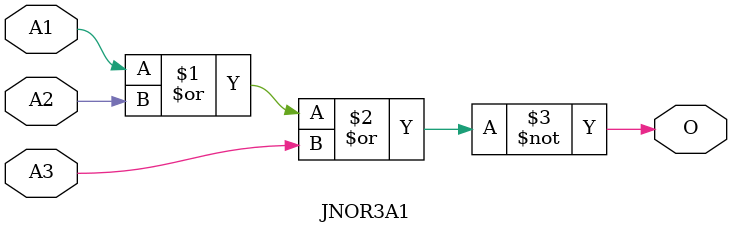
<source format=v>
module JNOR3A1(A1, A2, A3, O);
input   A1;
input   A2;
input   A3;
output  O;
nor g0(O, A1, A2, A3);
endmodule
</source>
